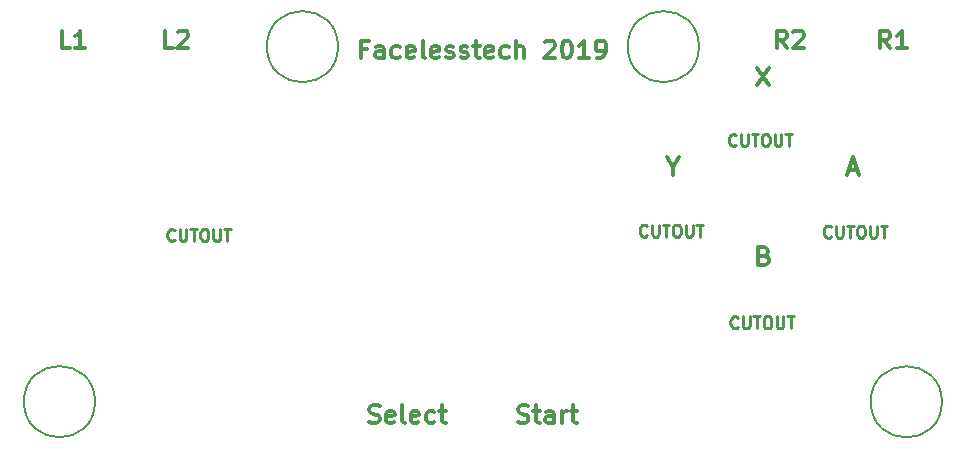
<source format=gbr>
G04 #@! TF.GenerationSoftware,KiCad,Pcbnew,5.0.2+dfsg1-1~bpo9+1*
G04 #@! TF.CreationDate,2019-08-16T14:51:49+01:00*
G04 #@! TF.ProjectId,retro_zero+a_controller,72657472-6f5f-47a6-9572-6f2b615f636f,rev?*
G04 #@! TF.SameCoordinates,Original*
G04 #@! TF.FileFunction,Legend,Top*
G04 #@! TF.FilePolarity,Positive*
%FSLAX46Y46*%
G04 Gerber Fmt 4.6, Leading zero omitted, Abs format (unit mm)*
G04 Created by KiCad (PCBNEW 5.0.2+dfsg1-1~bpo9+1) date Fri 16 Aug 2019 14:51:49 BST*
%MOMM*%
%LPD*%
G01*
G04 APERTURE LIST*
%ADD10C,0.300000*%
%ADD11C,0.250000*%
%ADD12C,0.150000*%
G04 APERTURE END LIST*
D10*
X170171300Y-86428971D02*
X169671300Y-85714685D01*
X169314157Y-86428971D02*
X169314157Y-84928971D01*
X169885585Y-84928971D01*
X170028442Y-85000400D01*
X170099871Y-85071828D01*
X170171300Y-85214685D01*
X170171300Y-85428971D01*
X170099871Y-85571828D01*
X170028442Y-85643257D01*
X169885585Y-85714685D01*
X169314157Y-85714685D01*
X170742728Y-85071828D02*
X170814157Y-85000400D01*
X170957014Y-84928971D01*
X171314157Y-84928971D01*
X171457014Y-85000400D01*
X171528442Y-85071828D01*
X171599871Y-85214685D01*
X171599871Y-85357542D01*
X171528442Y-85571828D01*
X170671300Y-86428971D01*
X171599871Y-86428971D01*
X118215600Y-86428971D02*
X117501314Y-86428971D01*
X117501314Y-84928971D01*
X118644171Y-85071828D02*
X118715600Y-85000400D01*
X118858457Y-84928971D01*
X119215600Y-84928971D01*
X119358457Y-85000400D01*
X119429885Y-85071828D01*
X119501314Y-85214685D01*
X119501314Y-85357542D01*
X119429885Y-85571828D01*
X118572742Y-86428971D01*
X119501314Y-86428971D01*
D11*
X118346790Y-102630242D02*
X118299171Y-102677861D01*
X118156314Y-102725480D01*
X118061076Y-102725480D01*
X117918219Y-102677861D01*
X117822980Y-102582623D01*
X117775361Y-102487385D01*
X117727742Y-102296909D01*
X117727742Y-102154052D01*
X117775361Y-101963576D01*
X117822980Y-101868338D01*
X117918219Y-101773100D01*
X118061076Y-101725480D01*
X118156314Y-101725480D01*
X118299171Y-101773100D01*
X118346790Y-101820719D01*
X118775361Y-101725480D02*
X118775361Y-102535004D01*
X118822980Y-102630242D01*
X118870600Y-102677861D01*
X118965838Y-102725480D01*
X119156314Y-102725480D01*
X119251552Y-102677861D01*
X119299171Y-102630242D01*
X119346790Y-102535004D01*
X119346790Y-101725480D01*
X119680123Y-101725480D02*
X120251552Y-101725480D01*
X119965838Y-102725480D02*
X119965838Y-101725480D01*
X120775361Y-101725480D02*
X120965838Y-101725480D01*
X121061076Y-101773100D01*
X121156314Y-101868338D01*
X121203933Y-102058814D01*
X121203933Y-102392147D01*
X121156314Y-102582623D01*
X121061076Y-102677861D01*
X120965838Y-102725480D01*
X120775361Y-102725480D01*
X120680123Y-102677861D01*
X120584885Y-102582623D01*
X120537266Y-102392147D01*
X120537266Y-102058814D01*
X120584885Y-101868338D01*
X120680123Y-101773100D01*
X120775361Y-101725480D01*
X121632504Y-101725480D02*
X121632504Y-102535004D01*
X121680123Y-102630242D01*
X121727742Y-102677861D01*
X121822980Y-102725480D01*
X122013457Y-102725480D01*
X122108695Y-102677861D01*
X122156314Y-102630242D01*
X122203933Y-102535004D01*
X122203933Y-101725480D01*
X122537266Y-101725480D02*
X123108695Y-101725480D01*
X122822980Y-102725480D02*
X122822980Y-101725480D01*
X166022590Y-110034342D02*
X165974971Y-110081961D01*
X165832114Y-110129580D01*
X165736876Y-110129580D01*
X165594019Y-110081961D01*
X165498780Y-109986723D01*
X165451161Y-109891485D01*
X165403542Y-109701009D01*
X165403542Y-109558152D01*
X165451161Y-109367676D01*
X165498780Y-109272438D01*
X165594019Y-109177200D01*
X165736876Y-109129580D01*
X165832114Y-109129580D01*
X165974971Y-109177200D01*
X166022590Y-109224819D01*
X166451161Y-109129580D02*
X166451161Y-109939104D01*
X166498780Y-110034342D01*
X166546400Y-110081961D01*
X166641638Y-110129580D01*
X166832114Y-110129580D01*
X166927352Y-110081961D01*
X166974971Y-110034342D01*
X167022590Y-109939104D01*
X167022590Y-109129580D01*
X167355923Y-109129580D02*
X167927352Y-109129580D01*
X167641638Y-110129580D02*
X167641638Y-109129580D01*
X168451161Y-109129580D02*
X168641638Y-109129580D01*
X168736876Y-109177200D01*
X168832114Y-109272438D01*
X168879733Y-109462914D01*
X168879733Y-109796247D01*
X168832114Y-109986723D01*
X168736876Y-110081961D01*
X168641638Y-110129580D01*
X168451161Y-110129580D01*
X168355923Y-110081961D01*
X168260685Y-109986723D01*
X168213066Y-109796247D01*
X168213066Y-109462914D01*
X168260685Y-109272438D01*
X168355923Y-109177200D01*
X168451161Y-109129580D01*
X169308304Y-109129580D02*
X169308304Y-109939104D01*
X169355923Y-110034342D01*
X169403542Y-110081961D01*
X169498780Y-110129580D01*
X169689257Y-110129580D01*
X169784495Y-110081961D01*
X169832114Y-110034342D01*
X169879733Y-109939104D01*
X169879733Y-109129580D01*
X170213066Y-109129580D02*
X170784495Y-109129580D01*
X170498780Y-110129580D02*
X170498780Y-109129580D01*
X158339090Y-102274642D02*
X158291471Y-102322261D01*
X158148614Y-102369880D01*
X158053376Y-102369880D01*
X157910519Y-102322261D01*
X157815280Y-102227023D01*
X157767661Y-102131785D01*
X157720042Y-101941309D01*
X157720042Y-101798452D01*
X157767661Y-101607976D01*
X157815280Y-101512738D01*
X157910519Y-101417500D01*
X158053376Y-101369880D01*
X158148614Y-101369880D01*
X158291471Y-101417500D01*
X158339090Y-101465119D01*
X158767661Y-101369880D02*
X158767661Y-102179404D01*
X158815280Y-102274642D01*
X158862900Y-102322261D01*
X158958138Y-102369880D01*
X159148614Y-102369880D01*
X159243852Y-102322261D01*
X159291471Y-102274642D01*
X159339090Y-102179404D01*
X159339090Y-101369880D01*
X159672423Y-101369880D02*
X160243852Y-101369880D01*
X159958138Y-102369880D02*
X159958138Y-101369880D01*
X160767661Y-101369880D02*
X160958138Y-101369880D01*
X161053376Y-101417500D01*
X161148614Y-101512738D01*
X161196233Y-101703214D01*
X161196233Y-102036547D01*
X161148614Y-102227023D01*
X161053376Y-102322261D01*
X160958138Y-102369880D01*
X160767661Y-102369880D01*
X160672423Y-102322261D01*
X160577185Y-102227023D01*
X160529566Y-102036547D01*
X160529566Y-101703214D01*
X160577185Y-101512738D01*
X160672423Y-101417500D01*
X160767661Y-101369880D01*
X161624804Y-101369880D02*
X161624804Y-102179404D01*
X161672423Y-102274642D01*
X161720042Y-102322261D01*
X161815280Y-102369880D01*
X162005757Y-102369880D01*
X162100995Y-102322261D01*
X162148614Y-102274642D01*
X162196233Y-102179404D01*
X162196233Y-101369880D01*
X162529566Y-101369880D02*
X163100995Y-101369880D01*
X162815280Y-102369880D02*
X162815280Y-101369880D01*
X165870190Y-94591142D02*
X165822571Y-94638761D01*
X165679714Y-94686380D01*
X165584476Y-94686380D01*
X165441619Y-94638761D01*
X165346380Y-94543523D01*
X165298761Y-94448285D01*
X165251142Y-94257809D01*
X165251142Y-94114952D01*
X165298761Y-93924476D01*
X165346380Y-93829238D01*
X165441619Y-93734000D01*
X165584476Y-93686380D01*
X165679714Y-93686380D01*
X165822571Y-93734000D01*
X165870190Y-93781619D01*
X166298761Y-93686380D02*
X166298761Y-94495904D01*
X166346380Y-94591142D01*
X166394000Y-94638761D01*
X166489238Y-94686380D01*
X166679714Y-94686380D01*
X166774952Y-94638761D01*
X166822571Y-94591142D01*
X166870190Y-94495904D01*
X166870190Y-93686380D01*
X167203523Y-93686380D02*
X167774952Y-93686380D01*
X167489238Y-94686380D02*
X167489238Y-93686380D01*
X168298761Y-93686380D02*
X168489238Y-93686380D01*
X168584476Y-93734000D01*
X168679714Y-93829238D01*
X168727333Y-94019714D01*
X168727333Y-94353047D01*
X168679714Y-94543523D01*
X168584476Y-94638761D01*
X168489238Y-94686380D01*
X168298761Y-94686380D01*
X168203523Y-94638761D01*
X168108285Y-94543523D01*
X168060666Y-94353047D01*
X168060666Y-94019714D01*
X168108285Y-93829238D01*
X168203523Y-93734000D01*
X168298761Y-93686380D01*
X169155904Y-93686380D02*
X169155904Y-94495904D01*
X169203523Y-94591142D01*
X169251142Y-94638761D01*
X169346380Y-94686380D01*
X169536857Y-94686380D01*
X169632095Y-94638761D01*
X169679714Y-94591142D01*
X169727333Y-94495904D01*
X169727333Y-93686380D01*
X170060666Y-93686380D02*
X170632095Y-93686380D01*
X170346380Y-94686380D02*
X170346380Y-93686380D01*
X173934690Y-102350842D02*
X173887071Y-102398461D01*
X173744214Y-102446080D01*
X173648976Y-102446080D01*
X173506119Y-102398461D01*
X173410880Y-102303223D01*
X173363261Y-102207985D01*
X173315642Y-102017509D01*
X173315642Y-101874652D01*
X173363261Y-101684176D01*
X173410880Y-101588938D01*
X173506119Y-101493700D01*
X173648976Y-101446080D01*
X173744214Y-101446080D01*
X173887071Y-101493700D01*
X173934690Y-101541319D01*
X174363261Y-101446080D02*
X174363261Y-102255604D01*
X174410880Y-102350842D01*
X174458500Y-102398461D01*
X174553738Y-102446080D01*
X174744214Y-102446080D01*
X174839452Y-102398461D01*
X174887071Y-102350842D01*
X174934690Y-102255604D01*
X174934690Y-101446080D01*
X175268023Y-101446080D02*
X175839452Y-101446080D01*
X175553738Y-102446080D02*
X175553738Y-101446080D01*
X176363261Y-101446080D02*
X176553738Y-101446080D01*
X176648976Y-101493700D01*
X176744214Y-101588938D01*
X176791833Y-101779414D01*
X176791833Y-102112747D01*
X176744214Y-102303223D01*
X176648976Y-102398461D01*
X176553738Y-102446080D01*
X176363261Y-102446080D01*
X176268023Y-102398461D01*
X176172785Y-102303223D01*
X176125166Y-102112747D01*
X176125166Y-101779414D01*
X176172785Y-101588938D01*
X176268023Y-101493700D01*
X176363261Y-101446080D01*
X177220404Y-101446080D02*
X177220404Y-102255604D01*
X177268023Y-102350842D01*
X177315642Y-102398461D01*
X177410880Y-102446080D01*
X177601357Y-102446080D01*
X177696595Y-102398461D01*
X177744214Y-102350842D01*
X177791833Y-102255604D01*
X177791833Y-101446080D01*
X178125166Y-101446080D02*
X178696595Y-101446080D01*
X178410880Y-102446080D02*
X178410880Y-101446080D01*
D10*
X134628371Y-86481457D02*
X134128371Y-86481457D01*
X134128371Y-87267171D02*
X134128371Y-85767171D01*
X134842657Y-85767171D01*
X136056942Y-87267171D02*
X136056942Y-86481457D01*
X135985514Y-86338600D01*
X135842657Y-86267171D01*
X135556942Y-86267171D01*
X135414085Y-86338600D01*
X136056942Y-87195742D02*
X135914085Y-87267171D01*
X135556942Y-87267171D01*
X135414085Y-87195742D01*
X135342657Y-87052885D01*
X135342657Y-86910028D01*
X135414085Y-86767171D01*
X135556942Y-86695742D01*
X135914085Y-86695742D01*
X136056942Y-86624314D01*
X137414085Y-87195742D02*
X137271228Y-87267171D01*
X136985514Y-87267171D01*
X136842657Y-87195742D01*
X136771228Y-87124314D01*
X136699800Y-86981457D01*
X136699800Y-86552885D01*
X136771228Y-86410028D01*
X136842657Y-86338600D01*
X136985514Y-86267171D01*
X137271228Y-86267171D01*
X137414085Y-86338600D01*
X138628371Y-87195742D02*
X138485514Y-87267171D01*
X138199800Y-87267171D01*
X138056942Y-87195742D01*
X137985514Y-87052885D01*
X137985514Y-86481457D01*
X138056942Y-86338600D01*
X138199800Y-86267171D01*
X138485514Y-86267171D01*
X138628371Y-86338600D01*
X138699800Y-86481457D01*
X138699800Y-86624314D01*
X137985514Y-86767171D01*
X139556942Y-87267171D02*
X139414085Y-87195742D01*
X139342657Y-87052885D01*
X139342657Y-85767171D01*
X140699800Y-87195742D02*
X140556942Y-87267171D01*
X140271228Y-87267171D01*
X140128371Y-87195742D01*
X140056942Y-87052885D01*
X140056942Y-86481457D01*
X140128371Y-86338600D01*
X140271228Y-86267171D01*
X140556942Y-86267171D01*
X140699800Y-86338600D01*
X140771228Y-86481457D01*
X140771228Y-86624314D01*
X140056942Y-86767171D01*
X141342657Y-87195742D02*
X141485514Y-87267171D01*
X141771228Y-87267171D01*
X141914085Y-87195742D01*
X141985514Y-87052885D01*
X141985514Y-86981457D01*
X141914085Y-86838600D01*
X141771228Y-86767171D01*
X141556942Y-86767171D01*
X141414085Y-86695742D01*
X141342657Y-86552885D01*
X141342657Y-86481457D01*
X141414085Y-86338600D01*
X141556942Y-86267171D01*
X141771228Y-86267171D01*
X141914085Y-86338600D01*
X142556942Y-87195742D02*
X142699800Y-87267171D01*
X142985514Y-87267171D01*
X143128371Y-87195742D01*
X143199800Y-87052885D01*
X143199800Y-86981457D01*
X143128371Y-86838600D01*
X142985514Y-86767171D01*
X142771228Y-86767171D01*
X142628371Y-86695742D01*
X142556942Y-86552885D01*
X142556942Y-86481457D01*
X142628371Y-86338600D01*
X142771228Y-86267171D01*
X142985514Y-86267171D01*
X143128371Y-86338600D01*
X143628371Y-86267171D02*
X144199800Y-86267171D01*
X143842657Y-85767171D02*
X143842657Y-87052885D01*
X143914085Y-87195742D01*
X144056942Y-87267171D01*
X144199800Y-87267171D01*
X145271228Y-87195742D02*
X145128371Y-87267171D01*
X144842657Y-87267171D01*
X144699800Y-87195742D01*
X144628371Y-87052885D01*
X144628371Y-86481457D01*
X144699800Y-86338600D01*
X144842657Y-86267171D01*
X145128371Y-86267171D01*
X145271228Y-86338600D01*
X145342657Y-86481457D01*
X145342657Y-86624314D01*
X144628371Y-86767171D01*
X146628371Y-87195742D02*
X146485514Y-87267171D01*
X146199800Y-87267171D01*
X146056942Y-87195742D01*
X145985514Y-87124314D01*
X145914085Y-86981457D01*
X145914085Y-86552885D01*
X145985514Y-86410028D01*
X146056942Y-86338600D01*
X146199800Y-86267171D01*
X146485514Y-86267171D01*
X146628371Y-86338600D01*
X147271228Y-87267171D02*
X147271228Y-85767171D01*
X147914085Y-87267171D02*
X147914085Y-86481457D01*
X147842657Y-86338600D01*
X147699800Y-86267171D01*
X147485514Y-86267171D01*
X147342657Y-86338600D01*
X147271228Y-86410028D01*
X149699800Y-85910028D02*
X149771228Y-85838600D01*
X149914085Y-85767171D01*
X150271228Y-85767171D01*
X150414085Y-85838600D01*
X150485514Y-85910028D01*
X150556942Y-86052885D01*
X150556942Y-86195742D01*
X150485514Y-86410028D01*
X149628371Y-87267171D01*
X150556942Y-87267171D01*
X151485514Y-85767171D02*
X151628371Y-85767171D01*
X151771228Y-85838600D01*
X151842657Y-85910028D01*
X151914085Y-86052885D01*
X151985514Y-86338600D01*
X151985514Y-86695742D01*
X151914085Y-86981457D01*
X151842657Y-87124314D01*
X151771228Y-87195742D01*
X151628371Y-87267171D01*
X151485514Y-87267171D01*
X151342657Y-87195742D01*
X151271228Y-87124314D01*
X151199800Y-86981457D01*
X151128371Y-86695742D01*
X151128371Y-86338600D01*
X151199800Y-86052885D01*
X151271228Y-85910028D01*
X151342657Y-85838600D01*
X151485514Y-85767171D01*
X153414085Y-87267171D02*
X152556942Y-87267171D01*
X152985514Y-87267171D02*
X152985514Y-85767171D01*
X152842657Y-85981457D01*
X152699800Y-86124314D01*
X152556942Y-86195742D01*
X154128371Y-87267171D02*
X154414085Y-87267171D01*
X154556942Y-87195742D01*
X154628371Y-87124314D01*
X154771228Y-86910028D01*
X154842657Y-86624314D01*
X154842657Y-86052885D01*
X154771228Y-85910028D01*
X154699800Y-85838600D01*
X154556942Y-85767171D01*
X154271228Y-85767171D01*
X154128371Y-85838600D01*
X154056942Y-85910028D01*
X153985514Y-86052885D01*
X153985514Y-86410028D01*
X154056942Y-86552885D01*
X154128371Y-86624314D01*
X154271228Y-86695742D01*
X154556942Y-86695742D01*
X154699800Y-86624314D01*
X154771228Y-86552885D01*
X154842657Y-86410028D01*
X178896200Y-86428971D02*
X178396200Y-85714685D01*
X178039057Y-86428971D02*
X178039057Y-84928971D01*
X178610485Y-84928971D01*
X178753342Y-85000400D01*
X178824771Y-85071828D01*
X178896200Y-85214685D01*
X178896200Y-85428971D01*
X178824771Y-85571828D01*
X178753342Y-85643257D01*
X178610485Y-85714685D01*
X178039057Y-85714685D01*
X180324771Y-86428971D02*
X179467628Y-86428971D01*
X179896200Y-86428971D02*
X179896200Y-84928971D01*
X179753342Y-85143257D01*
X179610485Y-85286114D01*
X179467628Y-85357542D01*
X109503400Y-86428971D02*
X108789114Y-86428971D01*
X108789114Y-84928971D01*
X110789114Y-86428971D02*
X109931971Y-86428971D01*
X110360542Y-86428971D02*
X110360542Y-84928971D01*
X110217685Y-85143257D01*
X110074828Y-85286114D01*
X109931971Y-85357542D01*
X160566100Y-96433485D02*
X160566100Y-97147771D01*
X160066100Y-95647771D02*
X160566100Y-96433485D01*
X161066100Y-95647771D01*
X167673400Y-88065871D02*
X168673400Y-89565871D01*
X168673400Y-88065871D02*
X167673400Y-89565871D01*
X168280542Y-103982057D02*
X168494828Y-104053485D01*
X168566257Y-104124914D01*
X168637685Y-104267771D01*
X168637685Y-104482057D01*
X168566257Y-104624914D01*
X168494828Y-104696342D01*
X168351971Y-104767771D01*
X167780542Y-104767771D01*
X167780542Y-103267771D01*
X168280542Y-103267771D01*
X168423400Y-103339200D01*
X168494828Y-103410628D01*
X168566257Y-103553485D01*
X168566257Y-103696342D01*
X168494828Y-103839200D01*
X168423400Y-103910628D01*
X168280542Y-103982057D01*
X167780542Y-103982057D01*
X175410857Y-96719200D02*
X176125142Y-96719200D01*
X175268000Y-97147771D02*
X175768000Y-95647771D01*
X176268000Y-97147771D01*
X134845028Y-118082142D02*
X135059314Y-118153571D01*
X135416457Y-118153571D01*
X135559314Y-118082142D01*
X135630742Y-118010714D01*
X135702171Y-117867857D01*
X135702171Y-117725000D01*
X135630742Y-117582142D01*
X135559314Y-117510714D01*
X135416457Y-117439285D01*
X135130742Y-117367857D01*
X134987885Y-117296428D01*
X134916457Y-117225000D01*
X134845028Y-117082142D01*
X134845028Y-116939285D01*
X134916457Y-116796428D01*
X134987885Y-116725000D01*
X135130742Y-116653571D01*
X135487885Y-116653571D01*
X135702171Y-116725000D01*
X136916457Y-118082142D02*
X136773600Y-118153571D01*
X136487885Y-118153571D01*
X136345028Y-118082142D01*
X136273600Y-117939285D01*
X136273600Y-117367857D01*
X136345028Y-117225000D01*
X136487885Y-117153571D01*
X136773600Y-117153571D01*
X136916457Y-117225000D01*
X136987885Y-117367857D01*
X136987885Y-117510714D01*
X136273600Y-117653571D01*
X137845028Y-118153571D02*
X137702171Y-118082142D01*
X137630742Y-117939285D01*
X137630742Y-116653571D01*
X138987885Y-118082142D02*
X138845028Y-118153571D01*
X138559314Y-118153571D01*
X138416457Y-118082142D01*
X138345028Y-117939285D01*
X138345028Y-117367857D01*
X138416457Y-117225000D01*
X138559314Y-117153571D01*
X138845028Y-117153571D01*
X138987885Y-117225000D01*
X139059314Y-117367857D01*
X139059314Y-117510714D01*
X138345028Y-117653571D01*
X140345028Y-118082142D02*
X140202171Y-118153571D01*
X139916457Y-118153571D01*
X139773600Y-118082142D01*
X139702171Y-118010714D01*
X139630742Y-117867857D01*
X139630742Y-117439285D01*
X139702171Y-117296428D01*
X139773600Y-117225000D01*
X139916457Y-117153571D01*
X140202171Y-117153571D01*
X140345028Y-117225000D01*
X140773600Y-117153571D02*
X141345028Y-117153571D01*
X140987885Y-116653571D02*
X140987885Y-117939285D01*
X141059314Y-118082142D01*
X141202171Y-118153571D01*
X141345028Y-118153571D01*
X147444128Y-118082142D02*
X147658414Y-118153571D01*
X148015557Y-118153571D01*
X148158414Y-118082142D01*
X148229842Y-118010714D01*
X148301271Y-117867857D01*
X148301271Y-117725000D01*
X148229842Y-117582142D01*
X148158414Y-117510714D01*
X148015557Y-117439285D01*
X147729842Y-117367857D01*
X147586985Y-117296428D01*
X147515557Y-117225000D01*
X147444128Y-117082142D01*
X147444128Y-116939285D01*
X147515557Y-116796428D01*
X147586985Y-116725000D01*
X147729842Y-116653571D01*
X148086985Y-116653571D01*
X148301271Y-116725000D01*
X148729842Y-117153571D02*
X149301271Y-117153571D01*
X148944128Y-116653571D02*
X148944128Y-117939285D01*
X149015557Y-118082142D01*
X149158414Y-118153571D01*
X149301271Y-118153571D01*
X150444128Y-118153571D02*
X150444128Y-117367857D01*
X150372700Y-117225000D01*
X150229842Y-117153571D01*
X149944128Y-117153571D01*
X149801271Y-117225000D01*
X150444128Y-118082142D02*
X150301271Y-118153571D01*
X149944128Y-118153571D01*
X149801271Y-118082142D01*
X149729842Y-117939285D01*
X149729842Y-117796428D01*
X149801271Y-117653571D01*
X149944128Y-117582142D01*
X150301271Y-117582142D01*
X150444128Y-117510714D01*
X151158414Y-118153571D02*
X151158414Y-117153571D01*
X151158414Y-117439285D02*
X151229842Y-117296428D01*
X151301271Y-117225000D01*
X151444128Y-117153571D01*
X151586985Y-117153571D01*
X151872700Y-117153571D02*
X152444128Y-117153571D01*
X152086985Y-116653571D02*
X152086985Y-117939285D01*
X152158414Y-118082142D01*
X152301271Y-118153571D01*
X152444128Y-118153571D01*
D12*
G04 #@! TO.C,U3*
X183313969Y-116357400D02*
G75*
G03X183313969Y-116357400I-3012069J0D01*
G01*
G04 #@! TO.C,U5*
X111609769Y-116344700D02*
G75*
G03X111609769Y-116344700I-3012069J0D01*
G01*
G04 #@! TO.C,U4*
X132183769Y-86283800D02*
G75*
G03X132183769Y-86283800I-3012069J0D01*
G01*
G04 #@! TO.C,U2*
X162739969Y-86283800D02*
G75*
G03X162739969Y-86283800I-3012069J0D01*
G01*
G04 #@! TD*
M02*

</source>
